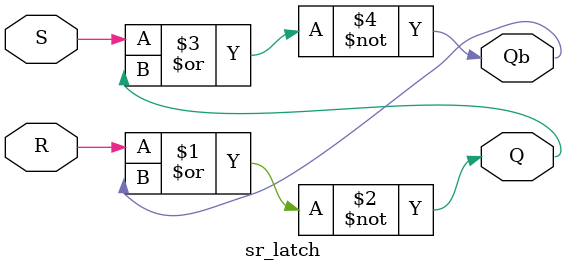
<source format=v>
module sr_latch(
input wire S, R,
output wire Q, Qb);

assign Q = ~(R | Qb);
assign Qb = ~(S | Q);

endmodule
</source>
